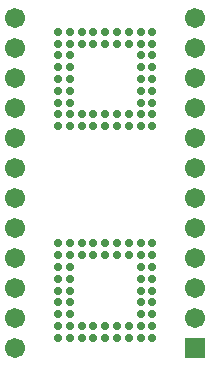
<source format=gbs>
%FSLAX23Y23*%
%MOIN*%
G70*
G01*
G75*
G04 Layer_Color=16711935*
%ADD10C,0.059*%
%ADD11R,0.059X0.059*%
%ADD12C,0.024*%
%ADD13C,0.008*%
%ADD14C,0.067*%
%ADD15R,0.067X0.067*%
%ADD16C,0.028*%
D14*
X660Y1075D02*
D03*
Y1175D02*
D03*
X60Y1075D02*
D03*
Y975D02*
D03*
Y1175D02*
D03*
X660Y975D02*
D03*
Y875D02*
D03*
Y675D02*
D03*
Y575D02*
D03*
Y775D02*
D03*
Y175D02*
D03*
Y275D02*
D03*
Y375D02*
D03*
Y475D02*
D03*
X60Y675D02*
D03*
Y875D02*
D03*
Y775D02*
D03*
Y575D02*
D03*
Y475D02*
D03*
Y375D02*
D03*
Y275D02*
D03*
Y175D02*
D03*
Y75D02*
D03*
D15*
X660D02*
D03*
D16*
X440Y110D02*
D03*
Y149D02*
D03*
X400Y110D02*
D03*
Y149D02*
D03*
X361Y110D02*
D03*
Y149D02*
D03*
X321Y110D02*
D03*
Y149D02*
D03*
X282Y110D02*
D03*
Y149D02*
D03*
X479Y110D02*
D03*
Y149D02*
D03*
Y188D02*
D03*
Y228D02*
D03*
Y267D02*
D03*
Y306D02*
D03*
Y346D02*
D03*
X518Y110D02*
D03*
Y149D02*
D03*
Y188D02*
D03*
Y228D02*
D03*
Y267D02*
D03*
Y306D02*
D03*
Y346D02*
D03*
Y385D02*
D03*
Y425D02*
D03*
X479Y385D02*
D03*
Y425D02*
D03*
X440Y385D02*
D03*
Y425D02*
D03*
X400Y385D02*
D03*
Y425D02*
D03*
X203D02*
D03*
Y385D02*
D03*
Y346D02*
D03*
Y306D02*
D03*
Y267D02*
D03*
Y228D02*
D03*
Y188D02*
D03*
Y149D02*
D03*
Y110D02*
D03*
X243Y425D02*
D03*
Y385D02*
D03*
Y346D02*
D03*
Y306D02*
D03*
Y267D02*
D03*
Y228D02*
D03*
Y188D02*
D03*
Y149D02*
D03*
Y110D02*
D03*
X282Y425D02*
D03*
Y385D02*
D03*
X321Y425D02*
D03*
Y385D02*
D03*
X361Y425D02*
D03*
Y385D02*
D03*
X282Y1130D02*
D03*
Y1090D02*
D03*
X321Y1130D02*
D03*
Y1090D02*
D03*
X361Y1130D02*
D03*
Y1090D02*
D03*
X400Y1130D02*
D03*
Y1090D02*
D03*
X440Y1130D02*
D03*
Y1090D02*
D03*
X243Y1130D02*
D03*
Y1090D02*
D03*
Y1051D02*
D03*
Y1011D02*
D03*
Y972D02*
D03*
Y933D02*
D03*
Y893D02*
D03*
X203Y1130D02*
D03*
Y1090D02*
D03*
Y1051D02*
D03*
Y1011D02*
D03*
Y972D02*
D03*
Y933D02*
D03*
Y893D02*
D03*
Y854D02*
D03*
Y815D02*
D03*
X243Y854D02*
D03*
Y815D02*
D03*
X282Y854D02*
D03*
Y815D02*
D03*
X321Y854D02*
D03*
Y815D02*
D03*
X518D02*
D03*
Y854D02*
D03*
Y893D02*
D03*
Y933D02*
D03*
Y972D02*
D03*
Y1011D02*
D03*
Y1051D02*
D03*
Y1090D02*
D03*
Y1130D02*
D03*
X479Y815D02*
D03*
Y854D02*
D03*
Y893D02*
D03*
Y933D02*
D03*
Y972D02*
D03*
Y1011D02*
D03*
Y1051D02*
D03*
Y1090D02*
D03*
Y1130D02*
D03*
X440Y815D02*
D03*
Y854D02*
D03*
X400Y815D02*
D03*
Y854D02*
D03*
X361Y815D02*
D03*
Y854D02*
D03*
M02*

</source>
